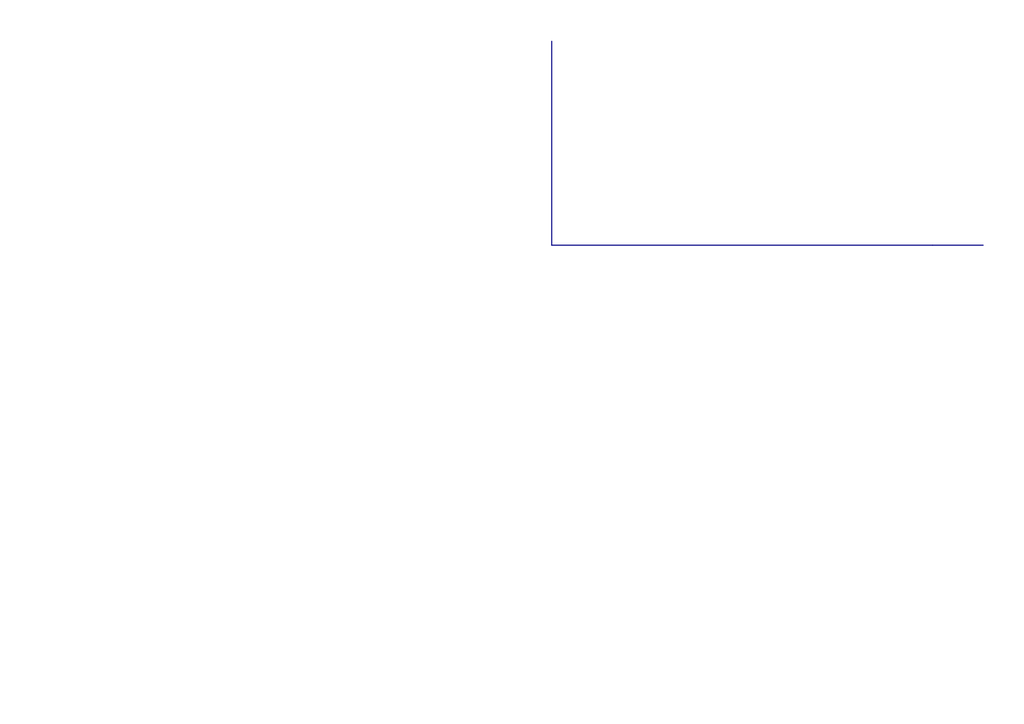
<source format=kicad_sch>
(kicad_sch (version 20230819) (generator eeschema)
  (paper "A4")
  (lib_symbols)
  (bus (pts (xy 270.51 71.12) (xy 285.1494 71.12)))
  (bus (pts (xy 160.02 11.9681) (xy 160.02 71.12)))
  (bus (pts (xy 160.02 71.12) (xy 270.4726 71.12)))
)
</source>
